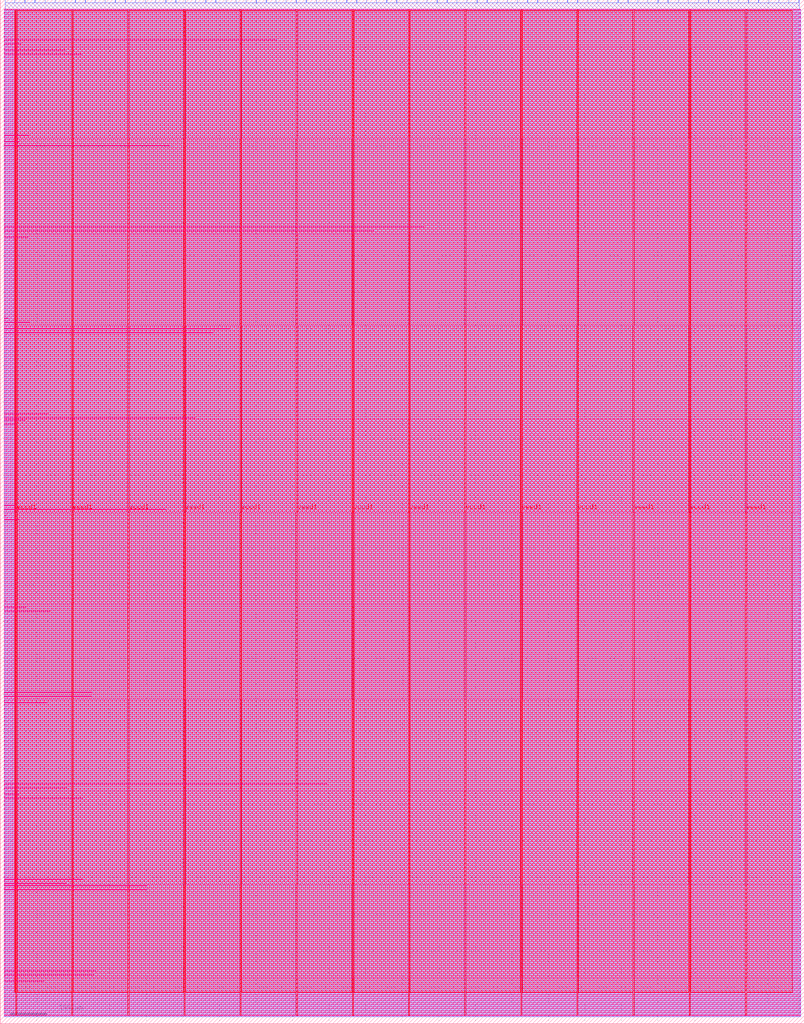
<source format=lef>
VERSION 5.7 ;
  NOWIREEXTENSIONATPIN ON ;
  DIVIDERCHAR "/" ;
  BUSBITCHARS "[]" ;
MACRO DFFRAM_4K
  CLASS BLOCK ;
  FOREIGN DFFRAM_4K ;
  ORIGIN 0.000 0.000 ;
  SIZE 1100.000 BY 1400.000 ;
  PIN A[0]
    DIRECTION INPUT ;
    USE SIGNAL ;
    PORT
      LAYER met2 ;
        RECT 446.290 1396.000 446.570 1400.000 ;
    END
  END A[0]
  PIN A[1]
    DIRECTION INPUT ;
    USE SIGNAL ;
    PORT
      LAYER met2 ;
        RECT 460.090 1396.000 460.370 1400.000 ;
    END
  END A[1]
  PIN A[2]
    DIRECTION INPUT ;
    USE SIGNAL ;
    PORT
      LAYER met2 ;
        RECT 473.890 1396.000 474.170 1400.000 ;
    END
  END A[2]
  PIN A[3]
    DIRECTION INPUT ;
    USE SIGNAL ;
    PORT
      LAYER met2 ;
        RECT 487.690 1396.000 487.970 1400.000 ;
    END
  END A[3]
  PIN A[4]
    DIRECTION INPUT ;
    USE SIGNAL ;
    PORT
      LAYER met2 ;
        RECT 501.030 1396.000 501.310 1400.000 ;
    END
  END A[4]
  PIN A[5]
    DIRECTION INPUT ;
    USE SIGNAL ;
    PORT
      LAYER met2 ;
        RECT 514.830 1396.000 515.110 1400.000 ;
    END
  END A[5]
  PIN A[6]
    DIRECTION INPUT ;
    USE SIGNAL ;
    PORT
      LAYER met2 ;
        RECT 528.630 1396.000 528.910 1400.000 ;
    END
  END A[6]
  PIN A[7]
    DIRECTION INPUT ;
    USE SIGNAL ;
    PORT
      LAYER met2 ;
        RECT 542.430 1396.000 542.710 1400.000 ;
    END
  END A[7]
  PIN A[8]
    DIRECTION INPUT ;
    USE SIGNAL ;
    PORT
      LAYER met2 ;
        RECT 556.230 1396.000 556.510 1400.000 ;
    END
  END A[8]
  PIN A[9]
    DIRECTION INPUT ;
    USE SIGNAL ;
    PORT
      LAYER met2 ;
        RECT 570.030 1396.000 570.310 1400.000 ;
    END
  END A[9]
  PIN CLK
    DIRECTION INPUT ;
    USE SIGNAL ;
    PORT
      LAYER met2 ;
        RECT 583.830 1396.000 584.110 1400.000 ;
    END
  END CLK
  PIN Di[0]
    DIRECTION INPUT ;
    USE SIGNAL ;
    PORT
      LAYER met2 ;
        RECT 666.170 1396.000 666.450 1400.000 ;
    END
  END Di[0]
  PIN Di[10]
    DIRECTION INPUT ;
    USE SIGNAL ;
    PORT
      LAYER met2 ;
        RECT 803.710 1396.000 803.990 1400.000 ;
    END
  END Di[10]
  PIN Di[11]
    DIRECTION INPUT ;
    USE SIGNAL ;
    PORT
      LAYER met2 ;
        RECT 817.510 1396.000 817.790 1400.000 ;
    END
  END Di[11]
  PIN Di[12]
    DIRECTION INPUT ;
    USE SIGNAL ;
    PORT
      LAYER met2 ;
        RECT 831.310 1396.000 831.590 1400.000 ;
    END
  END Di[12]
  PIN Di[13]
    DIRECTION INPUT ;
    USE SIGNAL ;
    PORT
      LAYER met2 ;
        RECT 845.110 1396.000 845.390 1400.000 ;
    END
  END Di[13]
  PIN Di[14]
    DIRECTION INPUT ;
    USE SIGNAL ;
    PORT
      LAYER met2 ;
        RECT 858.910 1396.000 859.190 1400.000 ;
    END
  END Di[14]
  PIN Di[15]
    DIRECTION INPUT ;
    USE SIGNAL ;
    PORT
      LAYER met2 ;
        RECT 872.250 1396.000 872.530 1400.000 ;
    END
  END Di[15]
  PIN Di[16]
    DIRECTION INPUT ;
    USE SIGNAL ;
    PORT
      LAYER met2 ;
        RECT 886.050 1396.000 886.330 1400.000 ;
    END
  END Di[16]
  PIN Di[17]
    DIRECTION INPUT ;
    USE SIGNAL ;
    PORT
      LAYER met2 ;
        RECT 899.850 1396.000 900.130 1400.000 ;
    END
  END Di[17]
  PIN Di[18]
    DIRECTION INPUT ;
    USE SIGNAL ;
    PORT
      LAYER met2 ;
        RECT 913.650 1396.000 913.930 1400.000 ;
    END
  END Di[18]
  PIN Di[19]
    DIRECTION INPUT ;
    USE SIGNAL ;
    PORT
      LAYER met2 ;
        RECT 927.450 1396.000 927.730 1400.000 ;
    END
  END Di[19]
  PIN Di[1]
    DIRECTION INPUT ;
    USE SIGNAL ;
    PORT
      LAYER met2 ;
        RECT 679.970 1396.000 680.250 1400.000 ;
    END
  END Di[1]
  PIN Di[20]
    DIRECTION INPUT ;
    USE SIGNAL ;
    PORT
      LAYER met2 ;
        RECT 941.250 1396.000 941.530 1400.000 ;
    END
  END Di[20]
  PIN Di[21]
    DIRECTION INPUT ;
    USE SIGNAL ;
    PORT
      LAYER met2 ;
        RECT 955.050 1396.000 955.330 1400.000 ;
    END
  END Di[21]
  PIN Di[22]
    DIRECTION INPUT ;
    USE SIGNAL ;
    PORT
      LAYER met2 ;
        RECT 968.850 1396.000 969.130 1400.000 ;
    END
  END Di[22]
  PIN Di[23]
    DIRECTION INPUT ;
    USE SIGNAL ;
    PORT
      LAYER met2 ;
        RECT 982.650 1396.000 982.930 1400.000 ;
    END
  END Di[23]
  PIN Di[24]
    DIRECTION INPUT ;
    USE SIGNAL ;
    PORT
      LAYER met2 ;
        RECT 995.990 1396.000 996.270 1400.000 ;
    END
  END Di[24]
  PIN Di[25]
    DIRECTION INPUT ;
    USE SIGNAL ;
    PORT
      LAYER met2 ;
        RECT 1009.790 1396.000 1010.070 1400.000 ;
    END
  END Di[25]
  PIN Di[26]
    DIRECTION INPUT ;
    USE SIGNAL ;
    PORT
      LAYER met2 ;
        RECT 1023.590 1396.000 1023.870 1400.000 ;
    END
  END Di[26]
  PIN Di[27]
    DIRECTION INPUT ;
    USE SIGNAL ;
    PORT
      LAYER met2 ;
        RECT 1037.390 1396.000 1037.670 1400.000 ;
    END
  END Di[27]
  PIN Di[28]
    DIRECTION INPUT ;
    USE SIGNAL ;
    PORT
      LAYER met2 ;
        RECT 1051.190 1396.000 1051.470 1400.000 ;
    END
  END Di[28]
  PIN Di[29]
    DIRECTION INPUT ;
    USE SIGNAL ;
    PORT
      LAYER met2 ;
        RECT 1064.990 1396.000 1065.270 1400.000 ;
    END
  END Di[29]
  PIN Di[2]
    DIRECTION INPUT ;
    USE SIGNAL ;
    PORT
      LAYER met2 ;
        RECT 693.770 1396.000 694.050 1400.000 ;
    END
  END Di[2]
  PIN Di[30]
    DIRECTION INPUT ;
    USE SIGNAL ;
    PORT
      LAYER met2 ;
        RECT 1078.790 1396.000 1079.070 1400.000 ;
    END
  END Di[30]
  PIN Di[31]
    DIRECTION INPUT ;
    USE SIGNAL ;
    PORT
      LAYER met2 ;
        RECT 1092.590 1396.000 1092.870 1400.000 ;
    END
  END Di[31]
  PIN Di[3]
    DIRECTION INPUT ;
    USE SIGNAL ;
    PORT
      LAYER met2 ;
        RECT 707.570 1396.000 707.850 1400.000 ;
    END
  END Di[3]
  PIN Di[4]
    DIRECTION INPUT ;
    USE SIGNAL ;
    PORT
      LAYER met2 ;
        RECT 721.370 1396.000 721.650 1400.000 ;
    END
  END Di[4]
  PIN Di[5]
    DIRECTION INPUT ;
    USE SIGNAL ;
    PORT
      LAYER met2 ;
        RECT 735.170 1396.000 735.450 1400.000 ;
    END
  END Di[5]
  PIN Di[6]
    DIRECTION INPUT ;
    USE SIGNAL ;
    PORT
      LAYER met2 ;
        RECT 748.510 1396.000 748.790 1400.000 ;
    END
  END Di[6]
  PIN Di[7]
    DIRECTION INPUT ;
    USE SIGNAL ;
    PORT
      LAYER met2 ;
        RECT 762.310 1396.000 762.590 1400.000 ;
    END
  END Di[7]
  PIN Di[8]
    DIRECTION INPUT ;
    USE SIGNAL ;
    PORT
      LAYER met2 ;
        RECT 776.110 1396.000 776.390 1400.000 ;
    END
  END Di[8]
  PIN Di[9]
    DIRECTION INPUT ;
    USE SIGNAL ;
    PORT
      LAYER met2 ;
        RECT 789.910 1396.000 790.190 1400.000 ;
    END
  END Di[9]
  PIN Do[0]
    DIRECTION OUTPUT TRISTATE ;
    USE SIGNAL ;
    PORT
      LAYER met2 ;
        RECT 6.530 1396.000 6.810 1400.000 ;
    END
  END Do[0]
  PIN Do[10]
    DIRECTION OUTPUT TRISTATE ;
    USE SIGNAL ;
    PORT
      LAYER met2 ;
        RECT 143.610 1396.000 143.890 1400.000 ;
    END
  END Do[10]
  PIN Do[11]
    DIRECTION OUTPUT TRISTATE ;
    USE SIGNAL ;
    PORT
      LAYER met2 ;
        RECT 157.410 1396.000 157.690 1400.000 ;
    END
  END Do[11]
  PIN Do[12]
    DIRECTION OUTPUT TRISTATE ;
    USE SIGNAL ;
    PORT
      LAYER met2 ;
        RECT 171.210 1396.000 171.490 1400.000 ;
    END
  END Do[12]
  PIN Do[13]
    DIRECTION OUTPUT TRISTATE ;
    USE SIGNAL ;
    PORT
      LAYER met2 ;
        RECT 185.010 1396.000 185.290 1400.000 ;
    END
  END Do[13]
  PIN Do[14]
    DIRECTION OUTPUT TRISTATE ;
    USE SIGNAL ;
    PORT
      LAYER met2 ;
        RECT 198.810 1396.000 199.090 1400.000 ;
    END
  END Do[14]
  PIN Do[15]
    DIRECTION OUTPUT TRISTATE ;
    USE SIGNAL ;
    PORT
      LAYER met2 ;
        RECT 212.610 1396.000 212.890 1400.000 ;
    END
  END Do[15]
  PIN Do[16]
    DIRECTION OUTPUT TRISTATE ;
    USE SIGNAL ;
    PORT
      LAYER met2 ;
        RECT 226.410 1396.000 226.690 1400.000 ;
    END
  END Do[16]
  PIN Do[17]
    DIRECTION OUTPUT TRISTATE ;
    USE SIGNAL ;
    PORT
      LAYER met2 ;
        RECT 240.210 1396.000 240.490 1400.000 ;
    END
  END Do[17]
  PIN Do[18]
    DIRECTION OUTPUT TRISTATE ;
    USE SIGNAL ;
    PORT
      LAYER met2 ;
        RECT 253.550 1396.000 253.830 1400.000 ;
    END
  END Do[18]
  PIN Do[19]
    DIRECTION OUTPUT TRISTATE ;
    USE SIGNAL ;
    PORT
      LAYER met2 ;
        RECT 267.350 1396.000 267.630 1400.000 ;
    END
  END Do[19]
  PIN Do[1]
    DIRECTION OUTPUT TRISTATE ;
    USE SIGNAL ;
    PORT
      LAYER met2 ;
        RECT 19.870 1396.000 20.150 1400.000 ;
    END
  END Do[1]
  PIN Do[20]
    DIRECTION OUTPUT TRISTATE ;
    USE SIGNAL ;
    PORT
      LAYER met2 ;
        RECT 281.150 1396.000 281.430 1400.000 ;
    END
  END Do[20]
  PIN Do[21]
    DIRECTION OUTPUT TRISTATE ;
    USE SIGNAL ;
    PORT
      LAYER met2 ;
        RECT 294.950 1396.000 295.230 1400.000 ;
    END
  END Do[21]
  PIN Do[22]
    DIRECTION OUTPUT TRISTATE ;
    USE SIGNAL ;
    PORT
      LAYER met2 ;
        RECT 308.750 1396.000 309.030 1400.000 ;
    END
  END Do[22]
  PIN Do[23]
    DIRECTION OUTPUT TRISTATE ;
    USE SIGNAL ;
    PORT
      LAYER met2 ;
        RECT 322.550 1396.000 322.830 1400.000 ;
    END
  END Do[23]
  PIN Do[24]
    DIRECTION OUTPUT TRISTATE ;
    USE SIGNAL ;
    PORT
      LAYER met2 ;
        RECT 336.350 1396.000 336.630 1400.000 ;
    END
  END Do[24]
  PIN Do[25]
    DIRECTION OUTPUT TRISTATE ;
    USE SIGNAL ;
    PORT
      LAYER met2 ;
        RECT 350.150 1396.000 350.430 1400.000 ;
    END
  END Do[25]
  PIN Do[26]
    DIRECTION OUTPUT TRISTATE ;
    USE SIGNAL ;
    PORT
      LAYER met2 ;
        RECT 363.950 1396.000 364.230 1400.000 ;
    END
  END Do[26]
  PIN Do[27]
    DIRECTION OUTPUT TRISTATE ;
    USE SIGNAL ;
    PORT
      LAYER met2 ;
        RECT 377.290 1396.000 377.570 1400.000 ;
    END
  END Do[27]
  PIN Do[28]
    DIRECTION OUTPUT TRISTATE ;
    USE SIGNAL ;
    PORT
      LAYER met2 ;
        RECT 391.090 1396.000 391.370 1400.000 ;
    END
  END Do[28]
  PIN Do[29]
    DIRECTION OUTPUT TRISTATE ;
    USE SIGNAL ;
    PORT
      LAYER met2 ;
        RECT 404.890 1396.000 405.170 1400.000 ;
    END
  END Do[29]
  PIN Do[2]
    DIRECTION OUTPUT TRISTATE ;
    USE SIGNAL ;
    PORT
      LAYER met2 ;
        RECT 33.670 1396.000 33.950 1400.000 ;
    END
  END Do[2]
  PIN Do[30]
    DIRECTION OUTPUT TRISTATE ;
    USE SIGNAL ;
    PORT
      LAYER met2 ;
        RECT 418.690 1396.000 418.970 1400.000 ;
    END
  END Do[30]
  PIN Do[31]
    DIRECTION OUTPUT TRISTATE ;
    USE SIGNAL ;
    PORT
      LAYER met2 ;
        RECT 432.490 1396.000 432.770 1400.000 ;
    END
  END Do[31]
  PIN Do[3]
    DIRECTION OUTPUT TRISTATE ;
    USE SIGNAL ;
    PORT
      LAYER met2 ;
        RECT 47.470 1396.000 47.750 1400.000 ;
    END
  END Do[3]
  PIN Do[4]
    DIRECTION OUTPUT TRISTATE ;
    USE SIGNAL ;
    PORT
      LAYER met2 ;
        RECT 61.270 1396.000 61.550 1400.000 ;
    END
  END Do[4]
  PIN Do[5]
    DIRECTION OUTPUT TRISTATE ;
    USE SIGNAL ;
    PORT
      LAYER met2 ;
        RECT 75.070 1396.000 75.350 1400.000 ;
    END
  END Do[5]
  PIN Do[6]
    DIRECTION OUTPUT TRISTATE ;
    USE SIGNAL ;
    PORT
      LAYER met2 ;
        RECT 88.870 1396.000 89.150 1400.000 ;
    END
  END Do[6]
  PIN Do[7]
    DIRECTION OUTPUT TRISTATE ;
    USE SIGNAL ;
    PORT
      LAYER met2 ;
        RECT 102.670 1396.000 102.950 1400.000 ;
    END
  END Do[7]
  PIN Do[8]
    DIRECTION OUTPUT TRISTATE ;
    USE SIGNAL ;
    PORT
      LAYER met2 ;
        RECT 116.470 1396.000 116.750 1400.000 ;
    END
  END Do[8]
  PIN Do[9]
    DIRECTION OUTPUT TRISTATE ;
    USE SIGNAL ;
    PORT
      LAYER met2 ;
        RECT 129.810 1396.000 130.090 1400.000 ;
    END
  END Do[9]
  PIN EN
    DIRECTION INPUT ;
    USE SIGNAL ;
    PORT
      LAYER met2 ;
        RECT 652.370 1396.000 652.650 1400.000 ;
    END
  END EN
  PIN WE[0]
    DIRECTION INPUT ;
    USE SIGNAL ;
    PORT
      LAYER met2 ;
        RECT 597.630 1396.000 597.910 1400.000 ;
    END
  END WE[0]
  PIN WE[1]
    DIRECTION INPUT ;
    USE SIGNAL ;
    PORT
      LAYER met2 ;
        RECT 611.430 1396.000 611.710 1400.000 ;
    END
  END WE[1]
  PIN WE[2]
    DIRECTION INPUT ;
    USE SIGNAL ;
    PORT
      LAYER met2 ;
        RECT 624.770 1396.000 625.050 1400.000 ;
    END
  END WE[2]
  PIN WE[3]
    DIRECTION INPUT ;
    USE SIGNAL ;
    PORT
      LAYER met2 ;
        RECT 638.570 1396.000 638.850 1400.000 ;
    END
  END WE[3]
  PIN vccd1
    DIRECTION INOUT ;
    USE POWER ;
    PORT
      LAYER met4 ;
        RECT 942.640 10.640 944.240 1387.440 ;
    END
  END vccd1
  PIN vccd1
    DIRECTION INOUT ;
    USE POWER ;
    PORT
      LAYER met4 ;
        RECT 789.040 10.640 790.640 1387.440 ;
    END
  END vccd1
  PIN vccd1
    DIRECTION INOUT ;
    USE POWER ;
    PORT
      LAYER met4 ;
        RECT 635.440 10.640 637.040 1387.440 ;
    END
  END vccd1
  PIN vccd1
    DIRECTION INOUT ;
    USE POWER ;
    PORT
      LAYER met4 ;
        RECT 481.840 10.640 483.440 1387.440 ;
    END
  END vccd1
  PIN vccd1
    DIRECTION INOUT ;
    USE POWER ;
    PORT
      LAYER met4 ;
        RECT 328.240 10.640 329.840 1387.440 ;
    END
  END vccd1
  PIN vccd1
    DIRECTION INOUT ;
    USE POWER ;
    PORT
      LAYER met4 ;
        RECT 174.640 10.640 176.240 1387.440 ;
    END
  END vccd1
  PIN vccd1
    DIRECTION INOUT ;
    USE POWER ;
    PORT
      LAYER met4 ;
        RECT 21.040 10.640 22.640 1387.440 ;
    END
  END vccd1
  PIN vssd1
    DIRECTION INOUT ;
    USE GROUND ;
    PORT
      LAYER met4 ;
        RECT 1019.440 10.640 1021.040 1387.440 ;
    END
  END vssd1
  PIN vssd1
    DIRECTION INOUT ;
    USE GROUND ;
    PORT
      LAYER met4 ;
        RECT 865.840 10.640 867.440 1387.440 ;
    END
  END vssd1
  PIN vssd1
    DIRECTION INOUT ;
    USE GROUND ;
    PORT
      LAYER met4 ;
        RECT 712.240 10.640 713.840 1387.440 ;
    END
  END vssd1
  PIN vssd1
    DIRECTION INOUT ;
    USE GROUND ;
    PORT
      LAYER met4 ;
        RECT 558.640 10.640 560.240 1387.440 ;
    END
  END vssd1
  PIN vssd1
    DIRECTION INOUT ;
    USE GROUND ;
    PORT
      LAYER met4 ;
        RECT 405.040 10.640 406.640 1387.440 ;
    END
  END vssd1
  PIN vssd1
    DIRECTION INOUT ;
    USE GROUND ;
    PORT
      LAYER met4 ;
        RECT 251.440 10.640 253.040 1387.440 ;
    END
  END vssd1
  PIN vssd1
    DIRECTION INOUT ;
    USE GROUND ;
    PORT
      LAYER met4 ;
        RECT 97.840 10.640 99.440 1387.440 ;
    END
  END vssd1
  OBS
      LAYER nwell ;
        RECT 5.330 1385.785 1094.530 1387.390 ;
        RECT 5.330 1380.345 1094.530 1383.175 ;
        RECT 5.330 1374.905 1094.530 1377.735 ;
        RECT 5.330 1372.245 346.455 1372.295 ;
        RECT 5.330 1369.515 1094.530 1372.245 ;
        RECT 5.330 1369.465 304.595 1369.515 ;
        RECT 5.330 1366.805 161.995 1366.855 ;
        RECT 5.330 1364.075 1094.530 1366.805 ;
        RECT 5.330 1364.025 53.040 1364.075 ;
        RECT 5.330 1361.365 30.500 1361.415 ;
        RECT 5.330 1358.635 1094.530 1361.365 ;
        RECT 5.330 1358.585 78.735 1358.635 ;
        RECT 5.330 1355.925 30.435 1355.975 ;
        RECT 5.330 1353.195 1094.530 1355.925 ;
        RECT 5.330 1353.145 142.215 1353.195 ;
        RECT 5.330 1350.485 31.420 1350.535 ;
        RECT 5.330 1347.755 1094.530 1350.485 ;
        RECT 5.330 1347.705 81.560 1347.755 ;
        RECT 5.330 1345.045 378.195 1345.095 ;
        RECT 5.330 1342.315 1094.530 1345.045 ;
        RECT 5.330 1342.265 219.560 1342.315 ;
        RECT 5.330 1339.605 28.595 1339.655 ;
        RECT 5.330 1336.875 1094.530 1339.605 ;
        RECT 5.330 1336.825 259.975 1336.875 ;
        RECT 5.330 1334.165 28.595 1334.215 ;
        RECT 5.330 1331.435 1094.530 1334.165 ;
        RECT 5.330 1331.385 87.935 1331.435 ;
        RECT 5.330 1328.725 65.855 1328.775 ;
        RECT 5.330 1325.995 1094.530 1328.725 ;
        RECT 5.330 1325.945 111.855 1325.995 ;
        RECT 5.330 1323.285 32.340 1323.335 ;
        RECT 5.330 1320.555 1094.530 1323.285 ;
        RECT 5.330 1320.505 252.615 1320.555 ;
        RECT 5.330 1317.845 297.235 1317.895 ;
        RECT 5.330 1315.115 1094.530 1317.845 ;
        RECT 5.330 1315.065 111.855 1315.115 ;
        RECT 5.330 1312.405 80.575 1312.455 ;
        RECT 5.330 1309.675 1094.530 1312.405 ;
        RECT 5.330 1309.625 23.140 1309.675 ;
        RECT 5.330 1306.965 472.955 1307.015 ;
        RECT 5.330 1304.235 1094.530 1306.965 ;
        RECT 5.330 1304.185 112.315 1304.235 ;
        RECT 5.330 1301.525 29.975 1301.575 ;
        RECT 5.330 1298.795 1094.530 1301.525 ;
        RECT 5.330 1298.745 74.200 1298.795 ;
        RECT 5.330 1296.085 177.635 1296.135 ;
        RECT 5.330 1293.355 1094.530 1296.085 ;
        RECT 5.330 1293.305 47.915 1293.355 ;
        RECT 5.330 1290.645 31.880 1290.695 ;
        RECT 5.330 1287.915 1094.530 1290.645 ;
        RECT 5.330 1287.865 99.500 1287.915 ;
        RECT 5.330 1285.205 28.200 1285.255 ;
        RECT 5.330 1282.475 1094.530 1285.205 ;
        RECT 5.330 1282.425 296.315 1282.475 ;
        RECT 5.330 1279.765 29.055 1279.815 ;
        RECT 5.330 1277.035 1094.530 1279.765 ;
        RECT 5.330 1276.985 245.780 1277.035 ;
        RECT 5.330 1274.325 221.335 1274.375 ;
        RECT 5.330 1271.595 1094.530 1274.325 ;
        RECT 5.330 1271.545 29.120 1271.595 ;
        RECT 5.330 1268.885 115.075 1268.935 ;
        RECT 5.330 1266.155 1094.530 1268.885 ;
        RECT 5.330 1266.105 29.120 1266.155 ;
        RECT 5.330 1263.445 30.435 1263.495 ;
        RECT 5.330 1260.715 1094.530 1263.445 ;
        RECT 5.330 1260.665 77.815 1260.715 ;
        RECT 5.330 1258.005 453.240 1258.055 ;
        RECT 5.330 1255.275 1094.530 1258.005 ;
        RECT 5.330 1255.225 66.840 1255.275 ;
        RECT 5.330 1252.565 140.375 1252.615 ;
        RECT 5.330 1249.835 1094.530 1252.565 ;
        RECT 5.330 1249.785 64.015 1249.835 ;
        RECT 5.330 1247.125 66.840 1247.175 ;
        RECT 5.330 1244.395 1094.530 1247.125 ;
        RECT 5.330 1244.345 182.235 1244.395 ;
        RECT 5.330 1241.685 46.535 1241.735 ;
        RECT 5.330 1238.955 1094.530 1241.685 ;
        RECT 5.330 1238.905 146.815 1238.955 ;
        RECT 5.330 1236.245 31.420 1236.295 ;
        RECT 5.330 1233.515 1094.530 1236.245 ;
        RECT 5.330 1233.465 297.695 1233.515 ;
        RECT 5.330 1230.805 49.360 1230.855 ;
        RECT 5.330 1228.075 1094.530 1230.805 ;
        RECT 5.330 1228.025 65.855 1228.075 ;
        RECT 5.330 1225.365 32.340 1225.415 ;
        RECT 5.330 1222.635 1094.530 1225.365 ;
        RECT 5.330 1222.585 66.840 1222.635 ;
        RECT 5.330 1219.925 30.435 1219.975 ;
        RECT 5.330 1217.195 1094.530 1219.925 ;
        RECT 5.330 1217.145 65.920 1217.195 ;
        RECT 5.330 1214.485 39.635 1214.535 ;
        RECT 5.330 1211.755 1094.530 1214.485 ;
        RECT 5.330 1211.705 96.675 1211.755 ;
        RECT 5.330 1209.045 135.315 1209.095 ;
        RECT 5.330 1206.315 1094.530 1209.045 ;
        RECT 5.330 1206.265 26.295 1206.315 ;
        RECT 5.330 1203.605 29.580 1203.655 ;
        RECT 5.330 1200.875 1094.530 1203.605 ;
        RECT 5.330 1200.825 231.915 1200.875 ;
        RECT 5.330 1198.165 493.195 1198.215 ;
        RECT 5.330 1195.435 1094.530 1198.165 ;
        RECT 5.330 1195.385 340.935 1195.435 ;
        RECT 5.330 1192.725 196.955 1192.775 ;
        RECT 5.330 1189.995 1094.530 1192.725 ;
        RECT 5.330 1189.945 77.420 1189.995 ;
        RECT 5.330 1187.285 81.035 1187.335 ;
        RECT 5.330 1184.555 1094.530 1187.285 ;
        RECT 5.330 1184.505 36.940 1184.555 ;
        RECT 5.330 1181.845 52.055 1181.895 ;
        RECT 5.330 1179.115 1094.530 1181.845 ;
        RECT 5.330 1179.065 227.380 1179.115 ;
        RECT 5.330 1176.405 30.500 1176.455 ;
        RECT 5.330 1173.675 1094.530 1176.405 ;
        RECT 5.330 1173.625 101.340 1173.675 ;
        RECT 5.330 1170.965 343.760 1171.015 ;
        RECT 5.330 1168.235 1094.530 1170.965 ;
        RECT 5.330 1168.185 167.120 1168.235 ;
        RECT 5.330 1165.525 164.295 1165.575 ;
        RECT 5.330 1162.795 1094.530 1165.525 ;
        RECT 5.330 1162.745 47.060 1162.795 ;
        RECT 5.330 1160.085 92.075 1160.135 ;
        RECT 5.330 1157.355 1094.530 1160.085 ;
        RECT 5.330 1157.305 709.920 1157.355 ;
        RECT 5.330 1154.645 81.955 1154.695 ;
        RECT 5.330 1151.915 1094.530 1154.645 ;
        RECT 5.330 1151.865 550.695 1151.915 ;
        RECT 5.330 1149.205 30.500 1149.255 ;
        RECT 5.330 1146.475 1094.530 1149.205 ;
        RECT 5.330 1146.425 33.195 1146.475 ;
        RECT 5.330 1143.765 293.555 1143.815 ;
        RECT 5.330 1141.035 1094.530 1143.765 ;
        RECT 5.330 1140.985 129.335 1141.035 ;
        RECT 5.330 1138.325 50.280 1138.375 ;
        RECT 5.330 1135.595 1094.530 1138.325 ;
        RECT 5.330 1135.545 69.600 1135.595 ;
        RECT 5.330 1132.885 196.035 1132.935 ;
        RECT 5.330 1130.155 1094.530 1132.885 ;
        RECT 5.330 1130.105 68.615 1130.155 ;
        RECT 5.330 1127.445 234.675 1127.495 ;
        RECT 5.330 1124.715 1094.530 1127.445 ;
        RECT 5.330 1124.665 36.940 1124.715 ;
        RECT 5.330 1122.005 54.420 1122.055 ;
        RECT 5.330 1119.275 1094.530 1122.005 ;
        RECT 5.330 1119.225 378.720 1119.275 ;
        RECT 5.330 1116.565 30.040 1116.615 ;
        RECT 5.330 1113.835 1094.530 1116.565 ;
        RECT 5.330 1113.785 174.875 1113.835 ;
        RECT 5.330 1111.125 165.675 1111.175 ;
        RECT 5.330 1108.395 1094.530 1111.125 ;
        RECT 5.330 1108.345 69.995 1108.395 ;
        RECT 5.330 1105.685 31.420 1105.735 ;
        RECT 5.330 1102.955 1094.530 1105.685 ;
        RECT 5.330 1102.905 65.000 1102.955 ;
        RECT 5.330 1100.245 492.275 1100.295 ;
        RECT 5.330 1097.515 1094.530 1100.245 ;
        RECT 5.330 1097.465 411.380 1097.515 ;
        RECT 5.330 1094.805 417.755 1094.855 ;
        RECT 5.330 1092.075 1094.530 1094.805 ;
        RECT 5.330 1092.025 460.995 1092.075 ;
        RECT 5.330 1089.365 580.595 1089.415 ;
        RECT 5.330 1086.635 1094.530 1089.365 ;
        RECT 5.330 1086.585 460.995 1086.635 ;
        RECT 5.330 1083.925 511.135 1083.975 ;
        RECT 5.330 1081.195 1094.530 1083.925 ;
        RECT 5.330 1081.145 433.855 1081.195 ;
        RECT 5.330 1078.485 7.895 1078.535 ;
        RECT 5.330 1075.755 1094.530 1078.485 ;
        RECT 5.330 1075.705 39.240 1075.755 ;
        RECT 5.330 1073.045 52.055 1073.095 ;
        RECT 5.330 1070.315 1094.530 1073.045 ;
        RECT 5.330 1070.265 26.820 1070.315 ;
        RECT 5.330 1067.605 157.855 1067.655 ;
        RECT 5.330 1064.875 1094.530 1067.605 ;
        RECT 5.330 1064.825 52.515 1064.875 ;
        RECT 5.330 1062.165 106.795 1062.215 ;
        RECT 5.330 1059.435 1094.530 1062.165 ;
        RECT 5.330 1059.385 236.055 1059.435 ;
        RECT 5.330 1056.725 39.635 1056.775 ;
        RECT 5.330 1053.995 1094.530 1056.725 ;
        RECT 5.330 1053.945 10.720 1053.995 ;
        RECT 5.330 1051.285 257.675 1051.335 ;
        RECT 5.330 1048.555 1094.530 1051.285 ;
        RECT 5.330 1048.505 25.835 1048.555 ;
        RECT 5.330 1045.845 38.255 1045.895 ;
        RECT 5.330 1043.115 1094.530 1045.845 ;
        RECT 5.330 1043.065 92.995 1043.115 ;
        RECT 5.330 1040.405 35.495 1040.455 ;
        RECT 5.330 1037.675 1094.530 1040.405 ;
        RECT 5.330 1037.625 69.535 1037.675 ;
        RECT 5.330 1034.965 24.060 1035.015 ;
        RECT 5.330 1032.235 1094.530 1034.965 ;
        RECT 5.330 1032.185 271.015 1032.235 ;
        RECT 5.330 1029.525 104.495 1029.575 ;
        RECT 5.330 1026.795 1094.530 1029.525 ;
        RECT 5.330 1026.745 93.455 1026.795 ;
        RECT 5.330 1024.085 23.075 1024.135 ;
        RECT 5.330 1021.355 1094.530 1024.085 ;
        RECT 5.330 1021.305 94.375 1021.355 ;
        RECT 5.330 1018.645 39.635 1018.695 ;
        RECT 5.330 1015.915 1094.530 1018.645 ;
        RECT 5.330 1015.865 41.015 1015.915 ;
        RECT 5.330 1013.205 20.775 1013.255 ;
        RECT 5.330 1010.475 1094.530 1013.205 ;
        RECT 5.330 1010.425 34.115 1010.475 ;
        RECT 5.330 1007.765 23.140 1007.815 ;
        RECT 5.330 1005.035 1094.530 1007.765 ;
        RECT 5.330 1004.985 169.355 1005.035 ;
        RECT 5.330 1002.325 165.740 1002.375 ;
        RECT 5.330 999.595 1094.530 1002.325 ;
        RECT 5.330 999.545 167.055 999.595 ;
        RECT 5.330 996.885 245.255 996.935 ;
        RECT 5.330 994.155 1094.530 996.885 ;
        RECT 5.330 994.105 127.955 994.155 ;
        RECT 5.330 991.445 246.240 991.495 ;
        RECT 5.330 988.715 1094.530 991.445 ;
        RECT 5.330 988.665 123.815 988.715 ;
        RECT 5.330 986.005 221.335 986.055 ;
        RECT 5.330 983.275 1094.530 986.005 ;
        RECT 5.330 983.225 125.260 983.275 ;
        RECT 5.330 980.565 345.995 980.615 ;
        RECT 5.330 977.835 1094.530 980.565 ;
        RECT 5.330 977.785 24.060 977.835 ;
        RECT 5.330 975.125 104.955 975.175 ;
        RECT 5.330 972.395 1094.530 975.125 ;
        RECT 5.330 972.345 35.495 972.395 ;
        RECT 5.330 969.685 54.355 969.735 ;
        RECT 5.330 966.955 1094.530 969.685 ;
        RECT 5.330 966.905 98.055 966.955 ;
        RECT 5.330 964.245 10.720 964.295 ;
        RECT 5.330 961.515 1094.530 964.245 ;
        RECT 5.330 961.465 73.215 961.515 ;
        RECT 5.330 958.805 39.635 958.855 ;
        RECT 5.330 956.075 1094.530 958.805 ;
        RECT 5.330 956.025 10.720 956.075 ;
        RECT 5.330 953.365 36.020 953.415 ;
        RECT 5.330 950.635 1094.530 953.365 ;
        RECT 5.330 950.585 314.715 950.635 ;
        RECT 5.330 947.925 533.280 947.975 ;
        RECT 5.330 945.195 1094.530 947.925 ;
        RECT 5.330 945.145 291.320 945.195 ;
        RECT 5.330 942.485 160.155 942.535 ;
        RECT 5.330 939.755 1094.530 942.485 ;
        RECT 5.330 939.705 20.840 939.755 ;
        RECT 5.330 937.045 51.595 937.095 ;
        RECT 5.330 934.315 1094.530 937.045 ;
        RECT 5.330 934.265 54.420 934.315 ;
        RECT 5.330 931.605 187.295 931.655 ;
        RECT 5.330 928.875 1094.530 931.605 ;
        RECT 5.330 928.825 272.460 928.875 ;
        RECT 5.330 926.165 346.915 926.215 ;
        RECT 5.330 923.435 1094.530 926.165 ;
        RECT 5.330 923.385 144.975 923.435 ;
        RECT 5.330 920.725 241.180 920.775 ;
        RECT 5.330 917.995 1094.530 920.725 ;
        RECT 5.330 917.945 379.575 917.995 ;
        RECT 5.330 915.285 109.620 915.335 ;
        RECT 5.330 912.555 1094.530 915.285 ;
        RECT 5.330 912.505 78.735 912.555 ;
        RECT 5.330 909.845 107.715 909.895 ;
        RECT 5.330 907.115 1094.530 909.845 ;
        RECT 5.330 907.065 72.820 907.115 ;
        RECT 5.330 904.405 109.160 904.455 ;
        RECT 5.330 901.675 1094.530 904.405 ;
        RECT 5.330 901.625 45.680 901.675 ;
        RECT 5.330 898.965 23.600 899.015 ;
        RECT 5.330 896.235 1094.530 898.965 ;
        RECT 5.330 896.185 23.140 896.235 ;
        RECT 5.330 893.525 49.360 893.575 ;
        RECT 5.330 890.795 1094.530 893.525 ;
        RECT 5.330 890.745 60.335 890.795 ;
        RECT 5.330 888.085 376.355 888.135 ;
        RECT 5.330 885.355 1094.530 888.085 ;
        RECT 5.330 885.305 403.035 885.355 ;
        RECT 5.330 882.645 619.300 882.695 ;
        RECT 5.330 879.915 1094.530 882.645 ;
        RECT 5.330 879.865 550.695 879.915 ;
        RECT 5.330 877.205 161.995 877.255 ;
        RECT 5.330 874.475 1094.530 877.205 ;
        RECT 5.330 874.425 23.995 874.475 ;
        RECT 5.330 871.765 25.440 871.815 ;
        RECT 5.330 869.035 1094.530 871.765 ;
        RECT 5.330 868.985 29.120 869.035 ;
        RECT 5.330 866.325 86.095 866.375 ;
        RECT 5.330 863.595 1094.530 866.325 ;
        RECT 5.330 863.545 52.515 863.595 ;
        RECT 5.330 860.885 297.300 860.935 ;
        RECT 5.330 858.155 1094.530 860.885 ;
        RECT 5.330 858.105 34.575 858.155 ;
        RECT 5.330 855.445 24.915 855.495 ;
        RECT 5.330 852.715 1094.530 855.445 ;
        RECT 5.330 852.665 29.120 852.715 ;
        RECT 5.330 850.005 144.515 850.055 ;
        RECT 5.330 847.275 1094.530 850.005 ;
        RECT 5.330 847.225 75.580 847.275 ;
        RECT 5.330 844.565 103.640 844.615 ;
        RECT 5.330 841.835 1094.530 844.565 ;
        RECT 5.330 841.785 78.735 841.835 ;
        RECT 5.330 839.125 308.735 839.175 ;
        RECT 5.330 836.395 1094.530 839.125 ;
        RECT 5.330 836.345 7.895 836.395 ;
        RECT 5.330 833.685 65.855 833.735 ;
        RECT 5.330 830.955 1094.530 833.685 ;
        RECT 5.330 830.905 160.220 830.955 ;
        RECT 5.330 828.245 267.335 828.295 ;
        RECT 5.330 825.515 1094.530 828.245 ;
        RECT 5.330 825.465 35.035 825.515 ;
        RECT 5.330 822.805 272.000 822.855 ;
        RECT 5.330 820.075 1094.530 822.805 ;
        RECT 5.330 820.025 22.155 820.075 ;
        RECT 5.330 817.365 24.520 817.415 ;
        RECT 5.330 814.635 1094.530 817.365 ;
        RECT 5.330 814.585 463.755 814.635 ;
        RECT 5.330 811.925 308.735 811.975 ;
        RECT 5.330 809.195 1094.530 811.925 ;
        RECT 5.330 809.145 352.895 809.195 ;
        RECT 5.330 806.485 107.255 806.535 ;
        RECT 5.330 803.755 1094.530 806.485 ;
        RECT 5.330 803.705 105.480 803.755 ;
        RECT 5.330 801.045 53.960 801.095 ;
        RECT 5.330 798.315 1094.530 801.045 ;
        RECT 5.330 798.265 36.940 798.315 ;
        RECT 5.330 795.605 235.135 795.655 ;
        RECT 5.330 792.875 1094.530 795.605 ;
        RECT 5.330 792.825 629.355 792.875 ;
        RECT 5.330 790.165 300.915 790.215 ;
        RECT 5.330 787.435 1094.530 790.165 ;
        RECT 5.330 787.385 111.855 787.435 ;
        RECT 5.330 784.725 107.255 784.775 ;
        RECT 5.330 781.995 1094.530 784.725 ;
        RECT 5.330 781.945 22.220 781.995 ;
        RECT 5.330 779.285 32.275 779.335 ;
        RECT 5.330 776.555 1094.530 779.285 ;
        RECT 5.330 776.505 74.595 776.555 ;
        RECT 5.330 773.845 223.175 773.895 ;
        RECT 5.330 771.115 1094.530 773.845 ;
        RECT 5.330 771.065 307.815 771.115 ;
        RECT 5.330 768.405 293.160 768.455 ;
        RECT 5.330 765.675 1094.530 768.405 ;
        RECT 5.330 765.625 410.855 765.675 ;
        RECT 5.330 762.965 256.295 763.015 ;
        RECT 5.330 760.235 1094.530 762.965 ;
        RECT 5.330 760.185 19.855 760.235 ;
        RECT 5.330 757.525 38.715 757.575 ;
        RECT 5.330 754.795 1094.530 757.525 ;
        RECT 5.330 754.745 85.635 754.795 ;
        RECT 5.330 752.085 7.895 752.135 ;
        RECT 5.330 749.355 1094.530 752.085 ;
        RECT 5.330 749.305 48.375 749.355 ;
        RECT 5.330 746.645 51.135 746.695 ;
        RECT 5.330 743.915 1094.530 746.645 ;
        RECT 5.330 743.865 39.700 743.915 ;
        RECT 5.330 741.205 10.720 741.255 ;
        RECT 5.330 738.475 1094.530 741.205 ;
        RECT 5.330 738.425 227.315 738.475 ;
        RECT 5.330 735.765 223.700 735.815 ;
        RECT 5.330 733.035 1094.530 735.765 ;
        RECT 5.330 732.985 119.215 733.035 ;
        RECT 5.330 730.325 224.160 730.375 ;
        RECT 5.330 727.595 1094.530 730.325 ;
        RECT 5.330 727.545 75.515 727.595 ;
        RECT 5.330 724.885 7.895 724.935 ;
        RECT 5.330 722.155 1094.530 724.885 ;
        RECT 5.330 722.105 103.115 722.155 ;
        RECT 5.330 719.445 154.700 719.495 ;
        RECT 5.330 716.715 1094.530 719.445 ;
        RECT 5.330 716.665 25.440 716.715 ;
        RECT 5.330 714.005 38.780 714.055 ;
        RECT 5.330 711.275 1094.530 714.005 ;
        RECT 5.330 711.225 52.055 711.275 ;
        RECT 5.330 708.565 20.775 708.615 ;
        RECT 5.330 705.835 1094.530 708.565 ;
        RECT 5.330 705.785 86.095 705.835 ;
        RECT 5.330 703.125 226.000 703.175 ;
        RECT 5.330 700.395 1094.530 703.125 ;
        RECT 5.330 700.345 69.995 700.395 ;
        RECT 5.330 697.685 428.795 697.735 ;
        RECT 5.330 694.955 1094.530 697.685 ;
        RECT 5.330 694.905 7.895 694.955 ;
        RECT 5.330 692.245 225.080 692.295 ;
        RECT 5.330 689.515 1094.530 692.245 ;
        RECT 5.330 689.465 25.440 689.515 ;
        RECT 5.330 686.805 179.015 686.855 ;
        RECT 5.330 684.075 1094.530 686.805 ;
        RECT 5.330 684.025 103.115 684.075 ;
        RECT 5.330 681.365 39.700 681.415 ;
        RECT 5.330 678.635 1094.530 681.365 ;
        RECT 5.330 678.585 51.660 678.635 ;
        RECT 5.330 675.925 49.755 675.975 ;
        RECT 5.330 673.195 1094.530 675.925 ;
        RECT 5.330 673.145 245.780 673.195 ;
        RECT 5.330 670.485 39.175 670.535 ;
        RECT 5.330 667.755 1094.530 670.485 ;
        RECT 5.330 667.705 123.815 667.755 ;
        RECT 5.330 665.045 46.535 665.095 ;
        RECT 5.330 662.315 1094.530 665.045 ;
        RECT 5.330 662.265 7.895 662.315 ;
        RECT 5.330 659.605 232.900 659.655 ;
        RECT 5.330 656.875 1094.530 659.605 ;
        RECT 5.330 656.825 387.920 656.875 ;
        RECT 5.330 654.165 390.615 654.215 ;
        RECT 5.330 651.435 1094.530 654.165 ;
        RECT 5.330 651.385 575.075 651.435 ;
        RECT 5.330 648.725 278.440 648.775 ;
        RECT 5.330 645.995 1094.530 648.725 ;
        RECT 5.330 645.945 311.955 645.995 ;
        RECT 5.330 643.285 251.760 643.335 ;
        RECT 5.330 640.555 1094.530 643.285 ;
        RECT 5.330 640.505 254.980 640.555 ;
        RECT 5.330 637.845 222.320 637.895 ;
        RECT 5.330 635.115 1094.530 637.845 ;
        RECT 5.330 635.065 363.475 635.115 ;
        RECT 5.330 632.405 577.835 632.455 ;
        RECT 5.330 629.675 1094.530 632.405 ;
        RECT 5.330 629.625 445.815 629.675 ;
        RECT 5.330 626.965 362.095 627.015 ;
        RECT 5.330 624.235 1094.530 626.965 ;
        RECT 5.330 624.185 401.195 624.235 ;
        RECT 5.330 621.525 39.700 621.575 ;
        RECT 5.330 618.795 1094.530 621.525 ;
        RECT 5.330 618.745 69.995 618.795 ;
        RECT 5.330 616.085 35.560 616.135 ;
        RECT 5.330 613.355 1094.530 616.085 ;
        RECT 5.330 613.305 47.455 613.355 ;
        RECT 5.330 610.645 28.595 610.695 ;
        RECT 5.330 607.915 1094.530 610.645 ;
        RECT 5.330 607.865 7.895 607.915 ;
        RECT 5.330 605.205 204.775 605.255 ;
        RECT 5.330 602.475 1094.530 605.205 ;
        RECT 5.330 602.425 61.715 602.475 ;
        RECT 5.330 599.765 47.455 599.815 ;
        RECT 5.330 597.035 1094.530 599.765 ;
        RECT 5.330 596.985 24.980 597.035 ;
        RECT 5.330 594.325 784.835 594.375 ;
        RECT 5.330 591.595 1094.530 594.325 ;
        RECT 5.330 591.545 77.355 591.595 ;
        RECT 5.330 588.885 291.255 588.935 ;
        RECT 5.330 586.155 1094.530 588.885 ;
        RECT 5.330 586.105 173.955 586.155 ;
        RECT 5.330 583.445 75.580 583.495 ;
        RECT 5.330 580.715 1094.530 583.445 ;
        RECT 5.330 580.665 27.280 580.715 ;
        RECT 5.330 578.005 7.895 578.055 ;
        RECT 5.330 575.275 1094.530 578.005 ;
        RECT 5.330 575.225 341.920 575.275 ;
        RECT 5.330 572.565 23.600 572.615 ;
        RECT 5.330 569.835 1094.530 572.565 ;
        RECT 5.330 569.785 35.955 569.835 ;
        RECT 5.330 567.125 83.335 567.175 ;
        RECT 5.330 564.395 1094.530 567.125 ;
        RECT 5.330 564.345 68.220 564.395 ;
        RECT 5.330 561.685 65.000 561.735 ;
        RECT 5.330 558.955 1094.530 561.685 ;
        RECT 5.330 558.905 111.855 558.955 ;
        RECT 5.330 556.245 164.755 556.295 ;
        RECT 5.330 553.515 1094.530 556.245 ;
        RECT 5.330 553.465 7.895 553.515 ;
        RECT 5.330 550.805 87.080 550.855 ;
        RECT 5.330 548.075 1094.530 550.805 ;
        RECT 5.330 548.025 97.595 548.075 ;
        RECT 5.330 545.365 192.815 545.415 ;
        RECT 5.330 542.635 1094.530 545.365 ;
        RECT 5.330 542.585 190.515 542.635 ;
        RECT 5.330 539.925 39.635 539.975 ;
        RECT 5.330 537.195 1094.530 539.925 ;
        RECT 5.330 537.145 43.380 537.195 ;
        RECT 5.330 534.485 7.895 534.535 ;
        RECT 5.330 531.755 1094.530 534.485 ;
        RECT 5.330 531.705 429.320 531.755 ;
        RECT 5.330 529.045 173.560 529.095 ;
        RECT 5.330 526.315 1094.530 529.045 ;
        RECT 5.330 526.265 169.815 526.315 ;
        RECT 5.330 523.605 7.895 523.655 ;
        RECT 5.330 520.875 1094.530 523.605 ;
        RECT 5.330 520.825 76.895 520.875 ;
        RECT 5.330 518.165 23.995 518.215 ;
        RECT 5.330 515.435 1094.530 518.165 ;
        RECT 5.330 515.385 296.315 515.435 ;
        RECT 5.330 512.725 54.880 512.775 ;
        RECT 5.330 509.995 1094.530 512.725 ;
        RECT 5.330 509.945 191.435 509.995 ;
        RECT 5.330 507.285 248.540 507.335 ;
        RECT 5.330 504.555 1094.530 507.285 ;
        RECT 5.330 504.505 103.640 504.555 ;
        RECT 5.330 501.845 432.935 501.895 ;
        RECT 5.330 499.115 1094.530 501.845 ;
        RECT 5.330 499.065 98.580 499.115 ;
        RECT 5.330 496.405 72.755 496.455 ;
        RECT 5.330 493.675 1094.530 496.405 ;
        RECT 5.330 493.625 36.415 493.675 ;
        RECT 5.330 490.965 7.895 491.015 ;
        RECT 5.330 488.235 1094.530 490.965 ;
        RECT 5.330 488.185 21.695 488.235 ;
        RECT 5.330 485.525 101.800 485.575 ;
        RECT 5.330 482.795 1094.530 485.525 ;
        RECT 5.330 482.745 70.520 482.795 ;
        RECT 5.330 480.085 230.075 480.135 ;
        RECT 5.330 477.355 1094.530 480.085 ;
        RECT 5.330 477.305 988.615 477.355 ;
        RECT 5.330 474.645 351.120 474.695 ;
        RECT 5.330 471.915 1094.530 474.645 ;
        RECT 5.330 471.865 123.815 471.915 ;
        RECT 5.330 469.205 7.895 469.255 ;
        RECT 5.330 466.475 1094.530 469.205 ;
        RECT 5.330 466.425 28.200 466.475 ;
        RECT 5.330 463.765 65.000 463.815 ;
        RECT 5.330 461.035 1094.530 463.765 ;
        RECT 5.330 460.985 343.300 461.035 ;
        RECT 5.330 458.325 30.435 458.375 ;
        RECT 5.330 455.595 1094.530 458.325 ;
        RECT 5.330 455.545 107.780 455.595 ;
        RECT 5.330 452.885 126.115 452.935 ;
        RECT 5.330 450.155 1094.530 452.885 ;
        RECT 5.330 450.105 164.295 450.155 ;
        RECT 5.330 447.445 125.195 447.495 ;
        RECT 5.330 444.715 1094.530 447.445 ;
        RECT 5.330 444.665 7.895 444.715 ;
        RECT 5.330 442.005 296.315 442.055 ;
        RECT 5.330 439.275 1094.530 442.005 ;
        RECT 5.330 439.225 64.080 439.275 ;
        RECT 5.330 436.565 50.740 436.615 ;
        RECT 5.330 433.835 1094.530 436.565 ;
        RECT 5.330 433.785 68.155 433.835 ;
        RECT 5.330 431.125 230.075 431.175 ;
        RECT 5.330 428.395 1094.530 431.125 ;
        RECT 5.330 428.345 100.880 428.395 ;
        RECT 5.330 425.685 21.235 425.735 ;
        RECT 5.330 422.955 1094.530 425.685 ;
        RECT 5.330 422.905 45.220 422.955 ;
        RECT 5.330 420.245 282.515 420.295 ;
        RECT 5.330 417.515 1094.530 420.245 ;
        RECT 5.330 417.465 43.380 417.515 ;
        RECT 5.330 414.805 73.215 414.855 ;
        RECT 5.330 412.075 1094.530 414.805 ;
        RECT 5.330 412.025 41.475 412.075 ;
        RECT 5.330 409.365 7.895 409.415 ;
        RECT 5.330 406.635 1094.530 409.365 ;
        RECT 5.330 406.585 71.440 406.635 ;
        RECT 5.330 403.925 492.275 403.975 ;
        RECT 5.330 401.195 1094.530 403.925 ;
        RECT 5.330 401.145 24.520 401.195 ;
        RECT 5.330 398.485 177.635 398.535 ;
        RECT 5.330 395.755 1094.530 398.485 ;
        RECT 5.330 395.705 122.895 395.755 ;
        RECT 5.330 393.045 125.195 393.095 ;
        RECT 5.330 390.315 1094.530 393.045 ;
        RECT 5.330 390.265 25.375 390.315 ;
        RECT 5.330 387.605 81.495 387.655 ;
        RECT 5.330 384.875 1094.530 387.605 ;
        RECT 5.330 384.825 69.600 384.875 ;
        RECT 5.330 382.165 394.755 382.215 ;
        RECT 5.330 379.435 1094.530 382.165 ;
        RECT 5.330 379.385 38.255 379.435 ;
        RECT 5.330 376.725 10.720 376.775 ;
        RECT 5.330 373.995 1094.530 376.725 ;
        RECT 5.330 373.945 53.960 373.995 ;
        RECT 5.330 371.285 261.815 371.335 ;
        RECT 5.330 368.555 1094.530 371.285 ;
        RECT 5.330 368.505 527.300 368.555 ;
        RECT 5.330 365.845 128.020 365.895 ;
        RECT 5.330 363.115 1094.530 365.845 ;
        RECT 5.330 363.065 179.015 363.115 ;
        RECT 5.330 360.405 7.895 360.455 ;
        RECT 5.330 357.675 1094.530 360.405 ;
        RECT 5.330 357.625 37.400 357.675 ;
        RECT 5.330 354.965 101.800 355.015 ;
        RECT 5.330 352.235 1094.530 354.965 ;
        RECT 5.330 352.185 574.615 352.235 ;
        RECT 5.330 349.525 528.220 349.575 ;
        RECT 5.330 346.795 1094.530 349.525 ;
        RECT 5.330 346.745 648.215 346.795 ;
        RECT 5.330 344.085 728.255 344.135 ;
        RECT 5.330 341.355 1094.530 344.085 ;
        RECT 5.330 341.305 545.175 341.355 ;
        RECT 5.330 338.645 526.775 338.695 ;
        RECT 5.330 335.915 1094.530 338.645 ;
        RECT 5.330 335.865 326.215 335.915 ;
        RECT 5.330 333.205 426.035 333.255 ;
        RECT 5.330 330.475 1094.530 333.205 ;
        RECT 5.330 330.425 403.100 330.475 ;
        RECT 5.330 327.765 448.115 327.815 ;
        RECT 5.330 325.035 1094.530 327.765 ;
        RECT 5.330 324.985 140.835 325.035 ;
        RECT 5.330 322.325 91.155 322.375 ;
        RECT 5.330 319.595 1094.530 322.325 ;
        RECT 5.330 319.545 21.760 319.595 ;
        RECT 5.330 316.885 22.155 316.935 ;
        RECT 5.330 314.155 1094.530 316.885 ;
        RECT 5.330 314.105 25.900 314.155 ;
        RECT 5.330 311.445 22.155 311.495 ;
        RECT 5.330 308.715 1094.530 311.445 ;
        RECT 5.330 308.665 112.775 308.715 ;
        RECT 5.330 306.005 65.855 306.055 ;
        RECT 5.330 303.275 1094.530 306.005 ;
        RECT 5.330 303.225 69.600 303.275 ;
        RECT 5.330 300.565 129.795 300.615 ;
        RECT 5.330 297.835 1094.530 300.565 ;
        RECT 5.330 297.785 192.355 297.835 ;
        RECT 5.330 295.125 210.755 295.175 ;
        RECT 5.330 292.395 1094.530 295.125 ;
        RECT 5.330 292.345 40.095 292.395 ;
        RECT 5.330 289.685 106.795 289.735 ;
        RECT 5.330 286.955 1094.530 289.685 ;
        RECT 5.330 286.905 262.275 286.955 ;
        RECT 5.330 284.245 24.520 284.295 ;
        RECT 5.330 281.515 1094.530 284.245 ;
        RECT 5.330 281.465 22.615 281.515 ;
        RECT 5.330 278.805 39.635 278.855 ;
        RECT 5.330 276.075 1094.530 278.805 ;
        RECT 5.330 276.025 26.360 276.075 ;
        RECT 5.330 273.365 314.780 273.415 ;
        RECT 5.330 270.635 1094.530 273.365 ;
        RECT 5.330 270.585 104.955 270.635 ;
        RECT 5.330 267.925 27.675 267.975 ;
        RECT 5.330 265.195 1094.530 267.925 ;
        RECT 5.330 265.145 78.735 265.195 ;
        RECT 5.330 262.485 203.855 262.535 ;
        RECT 5.330 259.755 1094.530 262.485 ;
        RECT 5.330 259.705 223.700 259.755 ;
        RECT 5.330 257.045 343.695 257.095 ;
        RECT 5.330 254.315 1094.530 257.045 ;
        RECT 5.330 254.265 23.995 254.315 ;
        RECT 5.330 251.605 24.980 251.655 ;
        RECT 5.330 248.875 1094.530 251.605 ;
        RECT 5.330 248.825 100.420 248.875 ;
        RECT 5.330 246.165 29.515 246.215 ;
        RECT 5.330 243.435 1094.530 246.165 ;
        RECT 5.330 243.385 151.415 243.435 ;
        RECT 5.330 237.995 1094.530 240.775 ;
        RECT 5.330 237.945 24.520 237.995 ;
        RECT 5.330 235.285 91.615 235.335 ;
        RECT 5.330 232.555 1094.530 235.285 ;
        RECT 5.330 232.505 74.200 232.555 ;
        RECT 5.330 229.845 68.680 229.895 ;
        RECT 5.330 227.115 1094.530 229.845 ;
        RECT 5.330 227.065 177.635 227.115 ;
        RECT 5.330 224.405 144.515 224.455 ;
        RECT 5.330 221.675 1094.530 224.405 ;
        RECT 5.330 221.625 198.795 221.675 ;
        RECT 5.330 218.965 247.555 219.015 ;
        RECT 5.330 216.235 1094.530 218.965 ;
        RECT 5.330 216.185 306.500 216.235 ;
        RECT 5.330 213.525 37.860 213.575 ;
        RECT 5.330 210.795 1094.530 213.525 ;
        RECT 5.330 210.745 35.955 210.795 ;
        RECT 5.330 208.085 26.820 208.135 ;
        RECT 5.330 205.355 1094.530 208.085 ;
        RECT 5.330 205.305 115.535 205.355 ;
        RECT 5.330 202.645 65.460 202.695 ;
        RECT 5.330 199.915 1094.530 202.645 ;
        RECT 5.330 199.865 78.275 199.915 ;
        RECT 5.330 197.205 113.695 197.255 ;
        RECT 5.330 194.475 1094.530 197.205 ;
        RECT 5.330 194.425 24.980 194.475 ;
        RECT 5.330 191.765 90.695 191.815 ;
        RECT 5.330 189.035 1094.530 191.765 ;
        RECT 5.330 188.985 200.175 189.035 ;
        RECT 5.330 186.325 687.775 186.375 ;
        RECT 5.330 183.595 1094.530 186.325 ;
        RECT 5.330 183.545 200.175 183.595 ;
        RECT 5.330 180.885 212.595 180.935 ;
        RECT 5.330 178.155 1094.530 180.885 ;
        RECT 5.330 178.105 18.935 178.155 ;
        RECT 5.330 175.445 92.075 175.495 ;
        RECT 5.330 172.715 1094.530 175.445 ;
        RECT 5.330 172.665 576.520 172.715 ;
        RECT 5.330 170.005 29.975 170.055 ;
        RECT 5.330 167.275 1094.530 170.005 ;
        RECT 5.330 167.225 29.120 167.275 ;
        RECT 5.330 164.565 267.795 164.615 ;
        RECT 5.330 161.835 1094.530 164.565 ;
        RECT 5.330 161.785 29.120 161.835 ;
        RECT 5.330 159.125 29.055 159.175 ;
        RECT 5.330 156.395 1094.530 159.125 ;
        RECT 5.330 156.345 317.540 156.395 ;
        RECT 5.330 153.685 138.535 153.735 ;
        RECT 5.330 150.955 1094.530 153.685 ;
        RECT 5.330 150.905 139.455 150.955 ;
        RECT 5.330 148.245 67.300 148.295 ;
        RECT 5.330 145.515 1094.530 148.245 ;
        RECT 5.330 145.465 171.655 145.515 ;
        RECT 5.330 142.805 65.855 142.855 ;
        RECT 5.330 140.075 1094.530 142.805 ;
        RECT 5.330 140.025 26.820 140.075 ;
        RECT 5.330 137.365 92.075 137.415 ;
        RECT 5.330 134.635 1094.530 137.365 ;
        RECT 5.330 134.585 26.360 134.635 ;
        RECT 5.330 131.925 262.275 131.975 ;
        RECT 5.330 129.195 1094.530 131.925 ;
        RECT 5.330 129.145 317.540 129.195 ;
        RECT 5.330 126.485 85.700 126.535 ;
        RECT 5.330 123.755 1094.530 126.485 ;
        RECT 5.330 123.705 62.240 123.755 ;
        RECT 5.330 121.045 58.955 121.095 ;
        RECT 5.330 118.315 1094.530 121.045 ;
        RECT 5.330 118.265 27.740 118.315 ;
        RECT 5.330 115.605 60.860 115.655 ;
        RECT 5.330 112.875 1094.530 115.605 ;
        RECT 5.330 112.825 193.275 112.875 ;
        RECT 5.330 110.165 27.675 110.215 ;
        RECT 5.330 107.435 1094.530 110.165 ;
        RECT 5.330 107.385 28.660 107.435 ;
        RECT 5.330 104.725 113.300 104.775 ;
        RECT 5.330 101.995 1094.530 104.725 ;
        RECT 5.330 101.945 254.455 101.995 ;
        RECT 5.330 99.285 158.775 99.335 ;
        RECT 5.330 96.555 1094.530 99.285 ;
        RECT 5.330 96.505 26.295 96.555 ;
        RECT 5.330 93.845 590.255 93.895 ;
        RECT 5.330 91.115 1094.530 93.845 ;
        RECT 5.330 91.065 99.960 91.115 ;
        RECT 5.330 88.405 141.295 88.455 ;
        RECT 5.330 85.675 1094.530 88.405 ;
        RECT 5.330 85.625 47.520 85.675 ;
        RECT 5.330 82.965 92.075 83.015 ;
        RECT 5.330 80.235 1094.530 82.965 ;
        RECT 5.330 80.185 47.520 80.235 ;
        RECT 5.330 77.525 29.120 77.575 ;
        RECT 5.330 74.795 1094.530 77.525 ;
        RECT 5.330 74.745 667.140 74.795 ;
        RECT 5.330 72.085 131.175 72.135 ;
        RECT 5.330 69.355 1094.530 72.085 ;
        RECT 5.330 69.305 175.335 69.355 ;
        RECT 5.330 66.645 128.020 66.695 ;
        RECT 5.330 63.915 1094.530 66.645 ;
        RECT 5.330 63.865 148.195 63.915 ;
        RECT 5.330 61.205 39.635 61.255 ;
        RECT 5.330 58.475 1094.530 61.205 ;
        RECT 5.330 58.425 59.415 58.475 ;
        RECT 5.330 55.765 28.200 55.815 ;
        RECT 5.330 53.035 1094.530 55.765 ;
        RECT 5.330 52.985 116.455 53.035 ;
        RECT 5.330 50.325 81.035 50.375 ;
        RECT 5.330 47.595 1094.530 50.325 ;
        RECT 5.330 47.545 203.395 47.595 ;
        RECT 5.330 44.885 77.880 44.935 ;
        RECT 5.330 42.155 1094.530 44.885 ;
        RECT 5.330 42.105 19.920 42.155 ;
        RECT 5.330 39.445 23.140 39.495 ;
        RECT 5.330 36.715 1094.530 39.445 ;
        RECT 5.330 36.665 93.455 36.715 ;
        RECT 5.330 34.005 57.115 34.055 ;
        RECT 5.330 31.275 1094.530 34.005 ;
        RECT 5.330 31.225 18.475 31.275 ;
        RECT 5.330 28.565 20.315 28.615 ;
        RECT 5.330 25.835 1094.530 28.565 ;
        RECT 5.330 25.785 307.420 25.835 ;
        RECT 5.330 20.345 1094.530 23.175 ;
        RECT 5.330 14.905 1094.530 17.735 ;
        RECT 5.330 10.690 1094.530 12.295 ;
      LAYER li1 ;
        RECT 5.520 10.795 1095.115 1387.285 ;
      LAYER met1 ;
        RECT 5.520 9.560 1095.175 1387.440 ;
      LAYER met2 ;
        RECT 7.090 1395.720 19.590 1396.000 ;
        RECT 20.430 1395.720 33.390 1396.000 ;
        RECT 34.230 1395.720 47.190 1396.000 ;
        RECT 48.030 1395.720 60.990 1396.000 ;
        RECT 61.830 1395.720 74.790 1396.000 ;
        RECT 75.630 1395.720 88.590 1396.000 ;
        RECT 89.430 1395.720 102.390 1396.000 ;
        RECT 103.230 1395.720 116.190 1396.000 ;
        RECT 117.030 1395.720 129.530 1396.000 ;
        RECT 130.370 1395.720 143.330 1396.000 ;
        RECT 144.170 1395.720 157.130 1396.000 ;
        RECT 157.970 1395.720 170.930 1396.000 ;
        RECT 171.770 1395.720 184.730 1396.000 ;
        RECT 185.570 1395.720 198.530 1396.000 ;
        RECT 199.370 1395.720 212.330 1396.000 ;
        RECT 213.170 1395.720 226.130 1396.000 ;
        RECT 226.970 1395.720 239.930 1396.000 ;
        RECT 240.770 1395.720 253.270 1396.000 ;
        RECT 254.110 1395.720 267.070 1396.000 ;
        RECT 267.910 1395.720 280.870 1396.000 ;
        RECT 281.710 1395.720 294.670 1396.000 ;
        RECT 295.510 1395.720 308.470 1396.000 ;
        RECT 309.310 1395.720 322.270 1396.000 ;
        RECT 323.110 1395.720 336.070 1396.000 ;
        RECT 336.910 1395.720 349.870 1396.000 ;
        RECT 350.710 1395.720 363.670 1396.000 ;
        RECT 364.510 1395.720 377.010 1396.000 ;
        RECT 377.850 1395.720 390.810 1396.000 ;
        RECT 391.650 1395.720 404.610 1396.000 ;
        RECT 405.450 1395.720 418.410 1396.000 ;
        RECT 419.250 1395.720 432.210 1396.000 ;
        RECT 433.050 1395.720 446.010 1396.000 ;
        RECT 446.850 1395.720 459.810 1396.000 ;
        RECT 460.650 1395.720 473.610 1396.000 ;
        RECT 474.450 1395.720 487.410 1396.000 ;
        RECT 488.250 1395.720 500.750 1396.000 ;
        RECT 501.590 1395.720 514.550 1396.000 ;
        RECT 515.390 1395.720 528.350 1396.000 ;
        RECT 529.190 1395.720 542.150 1396.000 ;
        RECT 542.990 1395.720 555.950 1396.000 ;
        RECT 556.790 1395.720 569.750 1396.000 ;
        RECT 570.590 1395.720 583.550 1396.000 ;
        RECT 584.390 1395.720 597.350 1396.000 ;
        RECT 598.190 1395.720 611.150 1396.000 ;
        RECT 611.990 1395.720 624.490 1396.000 ;
        RECT 625.330 1395.720 638.290 1396.000 ;
        RECT 639.130 1395.720 652.090 1396.000 ;
        RECT 652.930 1395.720 665.890 1396.000 ;
        RECT 666.730 1395.720 679.690 1396.000 ;
        RECT 680.530 1395.720 693.490 1396.000 ;
        RECT 694.330 1395.720 707.290 1396.000 ;
        RECT 708.130 1395.720 721.090 1396.000 ;
        RECT 721.930 1395.720 734.890 1396.000 ;
        RECT 735.730 1395.720 748.230 1396.000 ;
        RECT 749.070 1395.720 762.030 1396.000 ;
        RECT 762.870 1395.720 775.830 1396.000 ;
        RECT 776.670 1395.720 789.630 1396.000 ;
        RECT 790.470 1395.720 803.430 1396.000 ;
        RECT 804.270 1395.720 817.230 1396.000 ;
        RECT 818.070 1395.720 831.030 1396.000 ;
        RECT 831.870 1395.720 844.830 1396.000 ;
        RECT 845.670 1395.720 858.630 1396.000 ;
        RECT 859.470 1395.720 871.970 1396.000 ;
        RECT 872.810 1395.720 885.770 1396.000 ;
        RECT 886.610 1395.720 899.570 1396.000 ;
        RECT 900.410 1395.720 913.370 1396.000 ;
        RECT 914.210 1395.720 927.170 1396.000 ;
        RECT 928.010 1395.720 940.970 1396.000 ;
        RECT 941.810 1395.720 954.770 1396.000 ;
        RECT 955.610 1395.720 968.570 1396.000 ;
        RECT 969.410 1395.720 982.370 1396.000 ;
        RECT 983.210 1395.720 995.710 1396.000 ;
        RECT 996.550 1395.720 1009.510 1396.000 ;
        RECT 1010.350 1395.720 1023.310 1396.000 ;
        RECT 1024.150 1395.720 1037.110 1396.000 ;
        RECT 1037.950 1395.720 1050.910 1396.000 ;
        RECT 1051.750 1395.720 1064.710 1396.000 ;
        RECT 1065.550 1395.720 1078.510 1396.000 ;
        RECT 1079.350 1395.720 1092.310 1396.000 ;
        RECT 1093.150 1395.720 1093.320 1396.000 ;
        RECT 6.540 9.530 1093.320 1395.720 ;
      LAYER met3 ;
        RECT 6.965 10.715 1092.895 1387.365 ;
      LAYER met4 ;
        RECT 19.615 43.015 20.640 1384.985 ;
        RECT 23.040 43.015 97.440 1384.985 ;
        RECT 99.840 43.015 174.240 1384.985 ;
        RECT 176.640 43.015 251.040 1384.985 ;
        RECT 253.440 43.015 327.840 1384.985 ;
        RECT 330.240 43.015 404.640 1384.985 ;
        RECT 407.040 43.015 481.440 1384.985 ;
        RECT 483.840 43.015 558.240 1384.985 ;
        RECT 560.640 43.015 635.040 1384.985 ;
        RECT 637.440 43.015 711.840 1384.985 ;
        RECT 714.240 43.015 788.640 1384.985 ;
        RECT 791.040 43.015 865.440 1384.985 ;
        RECT 867.840 43.015 942.240 1384.985 ;
        RECT 944.640 43.015 1019.040 1384.985 ;
        RECT 1021.440 43.015 1083.465 1384.985 ;
  END
END DFFRAM_4K
END LIBRARY


</source>
